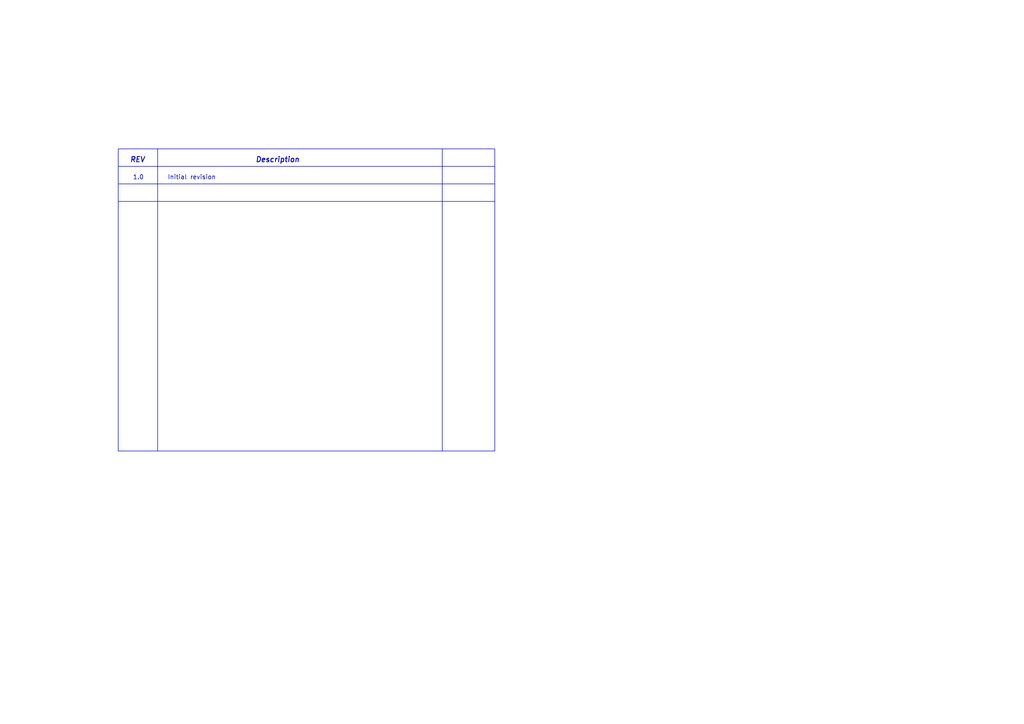
<source format=kicad_sch>
(kicad_sch
	(version 20250114)
	(generator "eeschema")
	(generator_version "9.0")
	(uuid "a237cd56-d154-45fd-b8e6-9d912029035f")
	(paper "A4")
	(title_block
		(title "Revision History")
		(date "2024-09-22")
		(rev "1.0")
	)
	(lib_symbols)
	(rectangle
		(start 34.29 43.18)
		(end 143.51 130.81)
		(stroke
			(width 0)
			(type default)
		)
		(fill
			(type none)
		)
		(uuid eb9943af-15c7-4812-b891-edbe3bd668b6)
	)
	(text "Initial revision"
		(exclude_from_sim no)
		(at 55.626 51.562 0)
		(effects
			(font
				(size 1.27 1.27)
			)
		)
		(uuid "4020eb80-dc0c-4114-a08d-c6970edfc2af")
	)
	(text "1.0"
		(exclude_from_sim no)
		(at 40.132 51.562 0)
		(effects
			(font
				(size 1.27 1.27)
			)
		)
		(uuid "714d3d52-33cf-4a2f-958f-bf1a1c8a9040")
	)
	(text "REV"
		(exclude_from_sim no)
		(at 39.878 46.482 0)
		(effects
			(font
				(size 1.5 1.5)
				(thickness 0.254)
				(bold yes)
				(italic yes)
			)
		)
		(uuid "c56ffd55-1502-4c52-b62f-2b5069571066")
	)
	(text "Description"
		(exclude_from_sim no)
		(at 80.518 46.482 0)
		(effects
			(font
				(size 1.5 1.5)
				(thickness 0.254)
				(bold yes)
				(italic yes)
			)
		)
		(uuid "d03b3a89-8af7-4c72-ae3f-9a7f34d0204b")
	)
	(polyline
		(pts
			(xy 45.72 43.18) (xy 45.72 130.81)
		)
		(stroke
			(width 0)
			(type default)
		)
		(uuid "1baf8aa9-19cc-417c-9803-d0ed8ee19b9c")
	)
	(polyline
		(pts
			(xy 34.29 58.42) (xy 143.51 58.42)
		)
		(stroke
			(width 0)
			(type default)
		)
		(uuid "88e5f67e-ebb1-4c11-8930-5fa452022a05")
	)
	(polyline
		(pts
			(xy 128.27 43.18) (xy 128.27 130.81)
		)
		(stroke
			(width 0)
			(type default)
		)
		(uuid "ba2683bb-e21b-4944-917b-f8e0700ad3b4")
	)
	(polyline
		(pts
			(xy 34.29 53.34) (xy 143.51 53.34)
		)
		(stroke
			(width 0)
			(type default)
		)
		(uuid "ca1fdfcf-d39e-4ea2-97da-daeaf1639b4c")
	)
	(polyline
		(pts
			(xy 34.29 48.26) (xy 143.51 48.26)
		)
		(stroke
			(width 0)
			(type default)
		)
		(uuid "d4fda2f3-bd1a-4738-a813-5dc40e778446")
	)
)

</source>
